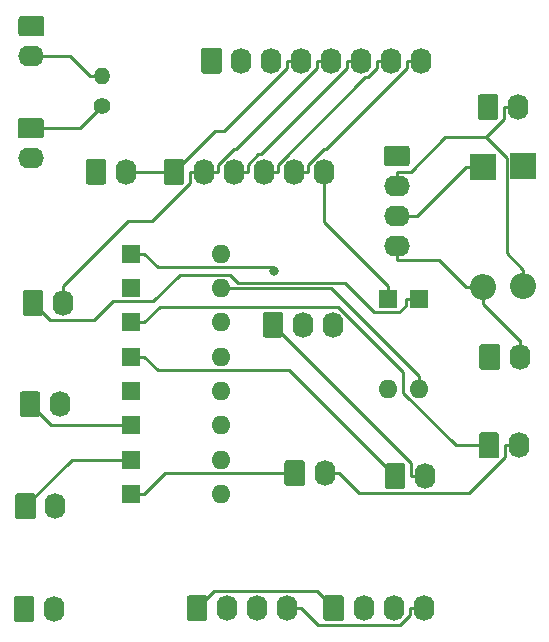
<source format=gbr>
G04 #@! TF.GenerationSoftware,KiCad,Pcbnew,(5.1.5-0-10_14)*
G04 #@! TF.CreationDate,2021-10-24T14:14:16+10:00*
G04 #@! TF.ProjectId,OH - Left Console - 32 - Selective Jettison,4f48202d-204c-4656-9674-20436f6e736f,rev?*
G04 #@! TF.SameCoordinates,Original*
G04 #@! TF.FileFunction,Copper,L2,Bot*
G04 #@! TF.FilePolarity,Positive*
%FSLAX46Y46*%
G04 Gerber Fmt 4.6, Leading zero omitted, Abs format (unit mm)*
G04 Created by KiCad (PCBNEW (5.1.5-0-10_14)) date 2021-10-24 14:14:16*
%MOMM*%
%LPD*%
G04 APERTURE LIST*
%ADD10O,2.200000X2.200000*%
%ADD11R,2.200000X2.200000*%
%ADD12C,1.400000*%
%ADD13O,1.400000X1.400000*%
%ADD14O,2.200000X1.740000*%
%ADD15C,0.100000*%
%ADD16O,1.740000X2.200000*%
%ADD17O,1.600000X1.600000*%
%ADD18R,1.600000X1.600000*%
%ADD19C,0.800000*%
%ADD20C,0.250000*%
G04 APERTURE END LIST*
D10*
X109918000Y-90043000D03*
D11*
X109918000Y-79883000D03*
D10*
X113348000Y-89979500D03*
D11*
X113348000Y-79819500D03*
D12*
X77660500Y-74739500D03*
D13*
X77660500Y-72199500D03*
D14*
X71628000Y-79121000D03*
G04 #@! TA.AperFunction,ComponentPad*
D15*
G36*
X72502505Y-75712204D02*
G01*
X72526773Y-75715804D01*
X72550572Y-75721765D01*
X72573671Y-75730030D01*
X72595850Y-75740520D01*
X72616893Y-75753132D01*
X72636599Y-75767747D01*
X72654777Y-75784223D01*
X72671253Y-75802401D01*
X72685868Y-75822107D01*
X72698480Y-75843150D01*
X72708970Y-75865329D01*
X72717235Y-75888428D01*
X72723196Y-75912227D01*
X72726796Y-75936495D01*
X72728000Y-75960999D01*
X72728000Y-77201001D01*
X72726796Y-77225505D01*
X72723196Y-77249773D01*
X72717235Y-77273572D01*
X72708970Y-77296671D01*
X72698480Y-77318850D01*
X72685868Y-77339893D01*
X72671253Y-77359599D01*
X72654777Y-77377777D01*
X72636599Y-77394253D01*
X72616893Y-77408868D01*
X72595850Y-77421480D01*
X72573671Y-77431970D01*
X72550572Y-77440235D01*
X72526773Y-77446196D01*
X72502505Y-77449796D01*
X72478001Y-77451000D01*
X70777999Y-77451000D01*
X70753495Y-77449796D01*
X70729227Y-77446196D01*
X70705428Y-77440235D01*
X70682329Y-77431970D01*
X70660150Y-77421480D01*
X70639107Y-77408868D01*
X70619401Y-77394253D01*
X70601223Y-77377777D01*
X70584747Y-77359599D01*
X70570132Y-77339893D01*
X70557520Y-77318850D01*
X70547030Y-77296671D01*
X70538765Y-77273572D01*
X70532804Y-77249773D01*
X70529204Y-77225505D01*
X70528000Y-77201001D01*
X70528000Y-75960999D01*
X70529204Y-75936495D01*
X70532804Y-75912227D01*
X70538765Y-75888428D01*
X70547030Y-75865329D01*
X70557520Y-75843150D01*
X70570132Y-75822107D01*
X70584747Y-75802401D01*
X70601223Y-75784223D01*
X70619401Y-75767747D01*
X70639107Y-75753132D01*
X70660150Y-75740520D01*
X70682329Y-75730030D01*
X70705428Y-75721765D01*
X70729227Y-75715804D01*
X70753495Y-75712204D01*
X70777999Y-75711000D01*
X72478001Y-75711000D01*
X72502505Y-75712204D01*
G37*
G04 #@! TD.AperFunction*
D14*
X71691500Y-70485000D03*
G04 #@! TA.AperFunction,ComponentPad*
D15*
G36*
X72566005Y-67076204D02*
G01*
X72590273Y-67079804D01*
X72614072Y-67085765D01*
X72637171Y-67094030D01*
X72659350Y-67104520D01*
X72680393Y-67117132D01*
X72700099Y-67131747D01*
X72718277Y-67148223D01*
X72734753Y-67166401D01*
X72749368Y-67186107D01*
X72761980Y-67207150D01*
X72772470Y-67229329D01*
X72780735Y-67252428D01*
X72786696Y-67276227D01*
X72790296Y-67300495D01*
X72791500Y-67324999D01*
X72791500Y-68565001D01*
X72790296Y-68589505D01*
X72786696Y-68613773D01*
X72780735Y-68637572D01*
X72772470Y-68660671D01*
X72761980Y-68682850D01*
X72749368Y-68703893D01*
X72734753Y-68723599D01*
X72718277Y-68741777D01*
X72700099Y-68758253D01*
X72680393Y-68772868D01*
X72659350Y-68785480D01*
X72637171Y-68795970D01*
X72614072Y-68804235D01*
X72590273Y-68810196D01*
X72566005Y-68813796D01*
X72541501Y-68815000D01*
X70841499Y-68815000D01*
X70816995Y-68813796D01*
X70792727Y-68810196D01*
X70768928Y-68804235D01*
X70745829Y-68795970D01*
X70723650Y-68785480D01*
X70702607Y-68772868D01*
X70682901Y-68758253D01*
X70664723Y-68741777D01*
X70648247Y-68723599D01*
X70633632Y-68703893D01*
X70621020Y-68682850D01*
X70610530Y-68660671D01*
X70602265Y-68637572D01*
X70596304Y-68613773D01*
X70592704Y-68589505D01*
X70591500Y-68565001D01*
X70591500Y-67324999D01*
X70592704Y-67300495D01*
X70596304Y-67276227D01*
X70602265Y-67252428D01*
X70610530Y-67229329D01*
X70621020Y-67207150D01*
X70633632Y-67186107D01*
X70648247Y-67166401D01*
X70664723Y-67148223D01*
X70682901Y-67131747D01*
X70702607Y-67117132D01*
X70723650Y-67104520D01*
X70745829Y-67094030D01*
X70768928Y-67085765D01*
X70792727Y-67079804D01*
X70816995Y-67076204D01*
X70841499Y-67075000D01*
X72541501Y-67075000D01*
X72566005Y-67076204D01*
G37*
G04 #@! TD.AperFunction*
D16*
X105029000Y-106045000D03*
G04 #@! TA.AperFunction,ComponentPad*
D15*
G36*
X103133505Y-104946204D02*
G01*
X103157773Y-104949804D01*
X103181572Y-104955765D01*
X103204671Y-104964030D01*
X103226850Y-104974520D01*
X103247893Y-104987132D01*
X103267599Y-105001747D01*
X103285777Y-105018223D01*
X103302253Y-105036401D01*
X103316868Y-105056107D01*
X103329480Y-105077150D01*
X103339970Y-105099329D01*
X103348235Y-105122428D01*
X103354196Y-105146227D01*
X103357796Y-105170495D01*
X103359000Y-105194999D01*
X103359000Y-106895001D01*
X103357796Y-106919505D01*
X103354196Y-106943773D01*
X103348235Y-106967572D01*
X103339970Y-106990671D01*
X103329480Y-107012850D01*
X103316868Y-107033893D01*
X103302253Y-107053599D01*
X103285777Y-107071777D01*
X103267599Y-107088253D01*
X103247893Y-107102868D01*
X103226850Y-107115480D01*
X103204671Y-107125970D01*
X103181572Y-107134235D01*
X103157773Y-107140196D01*
X103133505Y-107143796D01*
X103109001Y-107145000D01*
X101868999Y-107145000D01*
X101844495Y-107143796D01*
X101820227Y-107140196D01*
X101796428Y-107134235D01*
X101773329Y-107125970D01*
X101751150Y-107115480D01*
X101730107Y-107102868D01*
X101710401Y-107088253D01*
X101692223Y-107071777D01*
X101675747Y-107053599D01*
X101661132Y-107033893D01*
X101648520Y-107012850D01*
X101638030Y-106990671D01*
X101629765Y-106967572D01*
X101623804Y-106943773D01*
X101620204Y-106919505D01*
X101619000Y-106895001D01*
X101619000Y-105194999D01*
X101620204Y-105170495D01*
X101623804Y-105146227D01*
X101629765Y-105122428D01*
X101638030Y-105099329D01*
X101648520Y-105077150D01*
X101661132Y-105056107D01*
X101675747Y-105036401D01*
X101692223Y-105018223D01*
X101710401Y-105001747D01*
X101730107Y-104987132D01*
X101751150Y-104974520D01*
X101773329Y-104964030D01*
X101796428Y-104955765D01*
X101820227Y-104949804D01*
X101844495Y-104946204D01*
X101868999Y-104945000D01*
X103109001Y-104945000D01*
X103133505Y-104946204D01*
G37*
G04 #@! TD.AperFunction*
D16*
X112966000Y-103442000D03*
G04 #@! TA.AperFunction,ComponentPad*
D15*
G36*
X111070505Y-102343204D02*
G01*
X111094773Y-102346804D01*
X111118572Y-102352765D01*
X111141671Y-102361030D01*
X111163850Y-102371520D01*
X111184893Y-102384132D01*
X111204599Y-102398747D01*
X111222777Y-102415223D01*
X111239253Y-102433401D01*
X111253868Y-102453107D01*
X111266480Y-102474150D01*
X111276970Y-102496329D01*
X111285235Y-102519428D01*
X111291196Y-102543227D01*
X111294796Y-102567495D01*
X111296000Y-102591999D01*
X111296000Y-104292001D01*
X111294796Y-104316505D01*
X111291196Y-104340773D01*
X111285235Y-104364572D01*
X111276970Y-104387671D01*
X111266480Y-104409850D01*
X111253868Y-104430893D01*
X111239253Y-104450599D01*
X111222777Y-104468777D01*
X111204599Y-104485253D01*
X111184893Y-104499868D01*
X111163850Y-104512480D01*
X111141671Y-104522970D01*
X111118572Y-104531235D01*
X111094773Y-104537196D01*
X111070505Y-104540796D01*
X111046001Y-104542000D01*
X109805999Y-104542000D01*
X109781495Y-104540796D01*
X109757227Y-104537196D01*
X109733428Y-104531235D01*
X109710329Y-104522970D01*
X109688150Y-104512480D01*
X109667107Y-104499868D01*
X109647401Y-104485253D01*
X109629223Y-104468777D01*
X109612747Y-104450599D01*
X109598132Y-104430893D01*
X109585520Y-104409850D01*
X109575030Y-104387671D01*
X109566765Y-104364572D01*
X109560804Y-104340773D01*
X109557204Y-104316505D01*
X109556000Y-104292001D01*
X109556000Y-102591999D01*
X109557204Y-102567495D01*
X109560804Y-102543227D01*
X109566765Y-102519428D01*
X109575030Y-102496329D01*
X109585520Y-102474150D01*
X109598132Y-102453107D01*
X109612747Y-102433401D01*
X109629223Y-102415223D01*
X109647401Y-102398747D01*
X109667107Y-102384132D01*
X109688150Y-102371520D01*
X109710329Y-102361030D01*
X109733428Y-102352765D01*
X109757227Y-102346804D01*
X109781495Y-102343204D01*
X109805999Y-102342000D01*
X111046001Y-102342000D01*
X111070505Y-102343204D01*
G37*
G04 #@! TD.AperFunction*
D16*
X96520000Y-105791000D03*
G04 #@! TA.AperFunction,ComponentPad*
D15*
G36*
X94624505Y-104692204D02*
G01*
X94648773Y-104695804D01*
X94672572Y-104701765D01*
X94695671Y-104710030D01*
X94717850Y-104720520D01*
X94738893Y-104733132D01*
X94758599Y-104747747D01*
X94776777Y-104764223D01*
X94793253Y-104782401D01*
X94807868Y-104802107D01*
X94820480Y-104823150D01*
X94830970Y-104845329D01*
X94839235Y-104868428D01*
X94845196Y-104892227D01*
X94848796Y-104916495D01*
X94850000Y-104940999D01*
X94850000Y-106641001D01*
X94848796Y-106665505D01*
X94845196Y-106689773D01*
X94839235Y-106713572D01*
X94830970Y-106736671D01*
X94820480Y-106758850D01*
X94807868Y-106779893D01*
X94793253Y-106799599D01*
X94776777Y-106817777D01*
X94758599Y-106834253D01*
X94738893Y-106848868D01*
X94717850Y-106861480D01*
X94695671Y-106871970D01*
X94672572Y-106880235D01*
X94648773Y-106886196D01*
X94624505Y-106889796D01*
X94600001Y-106891000D01*
X93359999Y-106891000D01*
X93335495Y-106889796D01*
X93311227Y-106886196D01*
X93287428Y-106880235D01*
X93264329Y-106871970D01*
X93242150Y-106861480D01*
X93221107Y-106848868D01*
X93201401Y-106834253D01*
X93183223Y-106817777D01*
X93166747Y-106799599D01*
X93152132Y-106779893D01*
X93139520Y-106758850D01*
X93129030Y-106736671D01*
X93120765Y-106713572D01*
X93114804Y-106689773D01*
X93111204Y-106665505D01*
X93110000Y-106641001D01*
X93110000Y-104940999D01*
X93111204Y-104916495D01*
X93114804Y-104892227D01*
X93120765Y-104868428D01*
X93129030Y-104845329D01*
X93139520Y-104823150D01*
X93152132Y-104802107D01*
X93166747Y-104782401D01*
X93183223Y-104764223D01*
X93201401Y-104747747D01*
X93221107Y-104733132D01*
X93242150Y-104720520D01*
X93264329Y-104710030D01*
X93287428Y-104701765D01*
X93311227Y-104695804D01*
X93335495Y-104692204D01*
X93359999Y-104691000D01*
X94600001Y-104691000D01*
X94624505Y-104692204D01*
G37*
G04 #@! TD.AperFunction*
D16*
X74358500Y-91376500D03*
G04 #@! TA.AperFunction,ComponentPad*
D15*
G36*
X72463005Y-90277704D02*
G01*
X72487273Y-90281304D01*
X72511072Y-90287265D01*
X72534171Y-90295530D01*
X72556350Y-90306020D01*
X72577393Y-90318632D01*
X72597099Y-90333247D01*
X72615277Y-90349723D01*
X72631753Y-90367901D01*
X72646368Y-90387607D01*
X72658980Y-90408650D01*
X72669470Y-90430829D01*
X72677735Y-90453928D01*
X72683696Y-90477727D01*
X72687296Y-90501995D01*
X72688500Y-90526499D01*
X72688500Y-92226501D01*
X72687296Y-92251005D01*
X72683696Y-92275273D01*
X72677735Y-92299072D01*
X72669470Y-92322171D01*
X72658980Y-92344350D01*
X72646368Y-92365393D01*
X72631753Y-92385099D01*
X72615277Y-92403277D01*
X72597099Y-92419753D01*
X72577393Y-92434368D01*
X72556350Y-92446980D01*
X72534171Y-92457470D01*
X72511072Y-92465735D01*
X72487273Y-92471696D01*
X72463005Y-92475296D01*
X72438501Y-92476500D01*
X71198499Y-92476500D01*
X71173995Y-92475296D01*
X71149727Y-92471696D01*
X71125928Y-92465735D01*
X71102829Y-92457470D01*
X71080650Y-92446980D01*
X71059607Y-92434368D01*
X71039901Y-92419753D01*
X71021723Y-92403277D01*
X71005247Y-92385099D01*
X70990632Y-92365393D01*
X70978020Y-92344350D01*
X70967530Y-92322171D01*
X70959265Y-92299072D01*
X70953304Y-92275273D01*
X70949704Y-92251005D01*
X70948500Y-92226501D01*
X70948500Y-90526499D01*
X70949704Y-90501995D01*
X70953304Y-90477727D01*
X70959265Y-90453928D01*
X70967530Y-90430829D01*
X70978020Y-90408650D01*
X70990632Y-90387607D01*
X71005247Y-90367901D01*
X71021723Y-90349723D01*
X71039901Y-90333247D01*
X71059607Y-90318632D01*
X71080650Y-90306020D01*
X71102829Y-90295530D01*
X71125928Y-90287265D01*
X71149727Y-90281304D01*
X71173995Y-90277704D01*
X71198499Y-90276500D01*
X72438501Y-90276500D01*
X72463005Y-90277704D01*
G37*
G04 #@! TD.AperFunction*
D17*
X87757000Y-95927300D03*
D18*
X80137000Y-95927300D03*
D17*
X87757000Y-107569000D03*
D18*
X80137000Y-107569000D03*
D16*
X96456500Y-80285200D03*
X93916500Y-80285200D03*
X91376500Y-80285200D03*
X88836500Y-80285200D03*
X86296500Y-80285200D03*
G04 #@! TA.AperFunction,ComponentPad*
D15*
G36*
X84401005Y-79186404D02*
G01*
X84425273Y-79190004D01*
X84449072Y-79195965D01*
X84472171Y-79204230D01*
X84494350Y-79214720D01*
X84515393Y-79227332D01*
X84535099Y-79241947D01*
X84553277Y-79258423D01*
X84569753Y-79276601D01*
X84584368Y-79296307D01*
X84596980Y-79317350D01*
X84607470Y-79339529D01*
X84615735Y-79362628D01*
X84621696Y-79386427D01*
X84625296Y-79410695D01*
X84626500Y-79435199D01*
X84626500Y-81135201D01*
X84625296Y-81159705D01*
X84621696Y-81183973D01*
X84615735Y-81207772D01*
X84607470Y-81230871D01*
X84596980Y-81253050D01*
X84584368Y-81274093D01*
X84569753Y-81293799D01*
X84553277Y-81311977D01*
X84535099Y-81328453D01*
X84515393Y-81343068D01*
X84494350Y-81355680D01*
X84472171Y-81366170D01*
X84449072Y-81374435D01*
X84425273Y-81380396D01*
X84401005Y-81383996D01*
X84376501Y-81385200D01*
X83136499Y-81385200D01*
X83111995Y-81383996D01*
X83087727Y-81380396D01*
X83063928Y-81374435D01*
X83040829Y-81366170D01*
X83018650Y-81355680D01*
X82997607Y-81343068D01*
X82977901Y-81328453D01*
X82959723Y-81311977D01*
X82943247Y-81293799D01*
X82928632Y-81274093D01*
X82916020Y-81253050D01*
X82905530Y-81230871D01*
X82897265Y-81207772D01*
X82891304Y-81183973D01*
X82887704Y-81159705D01*
X82886500Y-81135201D01*
X82886500Y-79435199D01*
X82887704Y-79410695D01*
X82891304Y-79386427D01*
X82897265Y-79362628D01*
X82905530Y-79339529D01*
X82916020Y-79317350D01*
X82928632Y-79296307D01*
X82943247Y-79276601D01*
X82959723Y-79258423D01*
X82977901Y-79241947D01*
X82997607Y-79227332D01*
X83018650Y-79214720D01*
X83040829Y-79204230D01*
X83063928Y-79195965D01*
X83087727Y-79190004D01*
X83111995Y-79186404D01*
X83136499Y-79185200D01*
X84376501Y-79185200D01*
X84401005Y-79186404D01*
G37*
G04 #@! TD.AperFunction*
D16*
X73723500Y-108585000D03*
G04 #@! TA.AperFunction,ComponentPad*
D15*
G36*
X71828005Y-107486204D02*
G01*
X71852273Y-107489804D01*
X71876072Y-107495765D01*
X71899171Y-107504030D01*
X71921350Y-107514520D01*
X71942393Y-107527132D01*
X71962099Y-107541747D01*
X71980277Y-107558223D01*
X71996753Y-107576401D01*
X72011368Y-107596107D01*
X72023980Y-107617150D01*
X72034470Y-107639329D01*
X72042735Y-107662428D01*
X72048696Y-107686227D01*
X72052296Y-107710495D01*
X72053500Y-107734999D01*
X72053500Y-109435001D01*
X72052296Y-109459505D01*
X72048696Y-109483773D01*
X72042735Y-109507572D01*
X72034470Y-109530671D01*
X72023980Y-109552850D01*
X72011368Y-109573893D01*
X71996753Y-109593599D01*
X71980277Y-109611777D01*
X71962099Y-109628253D01*
X71942393Y-109642868D01*
X71921350Y-109655480D01*
X71899171Y-109665970D01*
X71876072Y-109674235D01*
X71852273Y-109680196D01*
X71828005Y-109683796D01*
X71803501Y-109685000D01*
X70563499Y-109685000D01*
X70538995Y-109683796D01*
X70514727Y-109680196D01*
X70490928Y-109674235D01*
X70467829Y-109665970D01*
X70445650Y-109655480D01*
X70424607Y-109642868D01*
X70404901Y-109628253D01*
X70386723Y-109611777D01*
X70370247Y-109593599D01*
X70355632Y-109573893D01*
X70343020Y-109552850D01*
X70332530Y-109530671D01*
X70324265Y-109507572D01*
X70318304Y-109483773D01*
X70314704Y-109459505D01*
X70313500Y-109435001D01*
X70313500Y-107734999D01*
X70314704Y-107710495D01*
X70318304Y-107686227D01*
X70324265Y-107662428D01*
X70332530Y-107639329D01*
X70343020Y-107617150D01*
X70355632Y-107596107D01*
X70370247Y-107576401D01*
X70386723Y-107558223D01*
X70404901Y-107541747D01*
X70424607Y-107527132D01*
X70445650Y-107514520D01*
X70467829Y-107504030D01*
X70490928Y-107495765D01*
X70514727Y-107489804D01*
X70538995Y-107486204D01*
X70563499Y-107485000D01*
X71803501Y-107485000D01*
X71828005Y-107486204D01*
G37*
G04 #@! TD.AperFunction*
D16*
X74104500Y-99949000D03*
G04 #@! TA.AperFunction,ComponentPad*
D15*
G36*
X72209005Y-98850204D02*
G01*
X72233273Y-98853804D01*
X72257072Y-98859765D01*
X72280171Y-98868030D01*
X72302350Y-98878520D01*
X72323393Y-98891132D01*
X72343099Y-98905747D01*
X72361277Y-98922223D01*
X72377753Y-98940401D01*
X72392368Y-98960107D01*
X72404980Y-98981150D01*
X72415470Y-99003329D01*
X72423735Y-99026428D01*
X72429696Y-99050227D01*
X72433296Y-99074495D01*
X72434500Y-99098999D01*
X72434500Y-100799001D01*
X72433296Y-100823505D01*
X72429696Y-100847773D01*
X72423735Y-100871572D01*
X72415470Y-100894671D01*
X72404980Y-100916850D01*
X72392368Y-100937893D01*
X72377753Y-100957599D01*
X72361277Y-100975777D01*
X72343099Y-100992253D01*
X72323393Y-101006868D01*
X72302350Y-101019480D01*
X72280171Y-101029970D01*
X72257072Y-101038235D01*
X72233273Y-101044196D01*
X72209005Y-101047796D01*
X72184501Y-101049000D01*
X70944499Y-101049000D01*
X70919995Y-101047796D01*
X70895727Y-101044196D01*
X70871928Y-101038235D01*
X70848829Y-101029970D01*
X70826650Y-101019480D01*
X70805607Y-101006868D01*
X70785901Y-100992253D01*
X70767723Y-100975777D01*
X70751247Y-100957599D01*
X70736632Y-100937893D01*
X70724020Y-100916850D01*
X70713530Y-100894671D01*
X70705265Y-100871572D01*
X70699304Y-100847773D01*
X70695704Y-100823505D01*
X70694500Y-100799001D01*
X70694500Y-99098999D01*
X70695704Y-99074495D01*
X70699304Y-99050227D01*
X70705265Y-99026428D01*
X70713530Y-99003329D01*
X70724020Y-98981150D01*
X70736632Y-98960107D01*
X70751247Y-98940401D01*
X70767723Y-98922223D01*
X70785901Y-98905747D01*
X70805607Y-98891132D01*
X70826650Y-98878520D01*
X70848829Y-98868030D01*
X70871928Y-98859765D01*
X70895727Y-98853804D01*
X70919995Y-98850204D01*
X70944499Y-98849000D01*
X72184501Y-98849000D01*
X72209005Y-98850204D01*
G37*
G04 #@! TD.AperFunction*
D16*
X73596500Y-117284000D03*
G04 #@! TA.AperFunction,ComponentPad*
D15*
G36*
X71701005Y-116185204D02*
G01*
X71725273Y-116188804D01*
X71749072Y-116194765D01*
X71772171Y-116203030D01*
X71794350Y-116213520D01*
X71815393Y-116226132D01*
X71835099Y-116240747D01*
X71853277Y-116257223D01*
X71869753Y-116275401D01*
X71884368Y-116295107D01*
X71896980Y-116316150D01*
X71907470Y-116338329D01*
X71915735Y-116361428D01*
X71921696Y-116385227D01*
X71925296Y-116409495D01*
X71926500Y-116433999D01*
X71926500Y-118134001D01*
X71925296Y-118158505D01*
X71921696Y-118182773D01*
X71915735Y-118206572D01*
X71907470Y-118229671D01*
X71896980Y-118251850D01*
X71884368Y-118272893D01*
X71869753Y-118292599D01*
X71853277Y-118310777D01*
X71835099Y-118327253D01*
X71815393Y-118341868D01*
X71794350Y-118354480D01*
X71772171Y-118364970D01*
X71749072Y-118373235D01*
X71725273Y-118379196D01*
X71701005Y-118382796D01*
X71676501Y-118384000D01*
X70436499Y-118384000D01*
X70411995Y-118382796D01*
X70387727Y-118379196D01*
X70363928Y-118373235D01*
X70340829Y-118364970D01*
X70318650Y-118354480D01*
X70297607Y-118341868D01*
X70277901Y-118327253D01*
X70259723Y-118310777D01*
X70243247Y-118292599D01*
X70228632Y-118272893D01*
X70216020Y-118251850D01*
X70205530Y-118229671D01*
X70197265Y-118206572D01*
X70191304Y-118182773D01*
X70187704Y-118158505D01*
X70186500Y-118134001D01*
X70186500Y-116433999D01*
X70187704Y-116409495D01*
X70191304Y-116385227D01*
X70197265Y-116361428D01*
X70205530Y-116338329D01*
X70216020Y-116316150D01*
X70228632Y-116295107D01*
X70243247Y-116275401D01*
X70259723Y-116257223D01*
X70277901Y-116240747D01*
X70297607Y-116226132D01*
X70318650Y-116213520D01*
X70340829Y-116203030D01*
X70363928Y-116194765D01*
X70387727Y-116188804D01*
X70411995Y-116185204D01*
X70436499Y-116184000D01*
X71676501Y-116184000D01*
X71701005Y-116185204D01*
G37*
G04 #@! TD.AperFunction*
D16*
X97218500Y-93218000D03*
X94678500Y-93218000D03*
G04 #@! TA.AperFunction,ComponentPad*
D15*
G36*
X92783005Y-92119204D02*
G01*
X92807273Y-92122804D01*
X92831072Y-92128765D01*
X92854171Y-92137030D01*
X92876350Y-92147520D01*
X92897393Y-92160132D01*
X92917099Y-92174747D01*
X92935277Y-92191223D01*
X92951753Y-92209401D01*
X92966368Y-92229107D01*
X92978980Y-92250150D01*
X92989470Y-92272329D01*
X92997735Y-92295428D01*
X93003696Y-92319227D01*
X93007296Y-92343495D01*
X93008500Y-92367999D01*
X93008500Y-94068001D01*
X93007296Y-94092505D01*
X93003696Y-94116773D01*
X92997735Y-94140572D01*
X92989470Y-94163671D01*
X92978980Y-94185850D01*
X92966368Y-94206893D01*
X92951753Y-94226599D01*
X92935277Y-94244777D01*
X92917099Y-94261253D01*
X92897393Y-94275868D01*
X92876350Y-94288480D01*
X92854171Y-94298970D01*
X92831072Y-94307235D01*
X92807273Y-94313196D01*
X92783005Y-94316796D01*
X92758501Y-94318000D01*
X91518499Y-94318000D01*
X91493995Y-94316796D01*
X91469727Y-94313196D01*
X91445928Y-94307235D01*
X91422829Y-94298970D01*
X91400650Y-94288480D01*
X91379607Y-94275868D01*
X91359901Y-94261253D01*
X91341723Y-94244777D01*
X91325247Y-94226599D01*
X91310632Y-94206893D01*
X91298020Y-94185850D01*
X91287530Y-94163671D01*
X91279265Y-94140572D01*
X91273304Y-94116773D01*
X91269704Y-94092505D01*
X91268500Y-94068001D01*
X91268500Y-92367999D01*
X91269704Y-92343495D01*
X91273304Y-92319227D01*
X91279265Y-92295428D01*
X91287530Y-92272329D01*
X91298020Y-92250150D01*
X91310632Y-92229107D01*
X91325247Y-92209401D01*
X91341723Y-92191223D01*
X91359901Y-92174747D01*
X91379607Y-92160132D01*
X91400650Y-92147520D01*
X91422829Y-92137030D01*
X91445928Y-92128765D01*
X91469727Y-92122804D01*
X91493995Y-92119204D01*
X91518499Y-92118000D01*
X92758501Y-92118000D01*
X92783005Y-92119204D01*
G37*
G04 #@! TD.AperFunction*
D16*
X79692500Y-80264000D03*
G04 #@! TA.AperFunction,ComponentPad*
D15*
G36*
X77797005Y-79165204D02*
G01*
X77821273Y-79168804D01*
X77845072Y-79174765D01*
X77868171Y-79183030D01*
X77890350Y-79193520D01*
X77911393Y-79206132D01*
X77931099Y-79220747D01*
X77949277Y-79237223D01*
X77965753Y-79255401D01*
X77980368Y-79275107D01*
X77992980Y-79296150D01*
X78003470Y-79318329D01*
X78011735Y-79341428D01*
X78017696Y-79365227D01*
X78021296Y-79389495D01*
X78022500Y-79413999D01*
X78022500Y-81114001D01*
X78021296Y-81138505D01*
X78017696Y-81162773D01*
X78011735Y-81186572D01*
X78003470Y-81209671D01*
X77992980Y-81231850D01*
X77980368Y-81252893D01*
X77965753Y-81272599D01*
X77949277Y-81290777D01*
X77931099Y-81307253D01*
X77911393Y-81321868D01*
X77890350Y-81334480D01*
X77868171Y-81344970D01*
X77845072Y-81353235D01*
X77821273Y-81359196D01*
X77797005Y-81362796D01*
X77772501Y-81364000D01*
X76532499Y-81364000D01*
X76507995Y-81362796D01*
X76483727Y-81359196D01*
X76459928Y-81353235D01*
X76436829Y-81344970D01*
X76414650Y-81334480D01*
X76393607Y-81321868D01*
X76373901Y-81307253D01*
X76355723Y-81290777D01*
X76339247Y-81272599D01*
X76324632Y-81252893D01*
X76312020Y-81231850D01*
X76301530Y-81209671D01*
X76293265Y-81186572D01*
X76287304Y-81162773D01*
X76283704Y-81138505D01*
X76282500Y-81114001D01*
X76282500Y-79413999D01*
X76283704Y-79389495D01*
X76287304Y-79365227D01*
X76293265Y-79341428D01*
X76301530Y-79318329D01*
X76312020Y-79296150D01*
X76324632Y-79275107D01*
X76339247Y-79255401D01*
X76355723Y-79237223D01*
X76373901Y-79220747D01*
X76393607Y-79206132D01*
X76414650Y-79193520D01*
X76436829Y-79183030D01*
X76459928Y-79174765D01*
X76483727Y-79168804D01*
X76507995Y-79165204D01*
X76532499Y-79164000D01*
X77772501Y-79164000D01*
X77797005Y-79165204D01*
G37*
G04 #@! TD.AperFunction*
D16*
X113030000Y-95948500D03*
G04 #@! TA.AperFunction,ComponentPad*
D15*
G36*
X111134505Y-94849704D02*
G01*
X111158773Y-94853304D01*
X111182572Y-94859265D01*
X111205671Y-94867530D01*
X111227850Y-94878020D01*
X111248893Y-94890632D01*
X111268599Y-94905247D01*
X111286777Y-94921723D01*
X111303253Y-94939901D01*
X111317868Y-94959607D01*
X111330480Y-94980650D01*
X111340970Y-95002829D01*
X111349235Y-95025928D01*
X111355196Y-95049727D01*
X111358796Y-95073995D01*
X111360000Y-95098499D01*
X111360000Y-96798501D01*
X111358796Y-96823005D01*
X111355196Y-96847273D01*
X111349235Y-96871072D01*
X111340970Y-96894171D01*
X111330480Y-96916350D01*
X111317868Y-96937393D01*
X111303253Y-96957099D01*
X111286777Y-96975277D01*
X111268599Y-96991753D01*
X111248893Y-97006368D01*
X111227850Y-97018980D01*
X111205671Y-97029470D01*
X111182572Y-97037735D01*
X111158773Y-97043696D01*
X111134505Y-97047296D01*
X111110001Y-97048500D01*
X109869999Y-97048500D01*
X109845495Y-97047296D01*
X109821227Y-97043696D01*
X109797428Y-97037735D01*
X109774329Y-97029470D01*
X109752150Y-97018980D01*
X109731107Y-97006368D01*
X109711401Y-96991753D01*
X109693223Y-96975277D01*
X109676747Y-96957099D01*
X109662132Y-96937393D01*
X109649520Y-96916350D01*
X109639030Y-96894171D01*
X109630765Y-96871072D01*
X109624804Y-96847273D01*
X109621204Y-96823005D01*
X109620000Y-96798501D01*
X109620000Y-95098499D01*
X109621204Y-95073995D01*
X109624804Y-95049727D01*
X109630765Y-95025928D01*
X109639030Y-95002829D01*
X109649520Y-94980650D01*
X109662132Y-94959607D01*
X109676747Y-94939901D01*
X109693223Y-94921723D01*
X109711401Y-94905247D01*
X109731107Y-94890632D01*
X109752150Y-94878020D01*
X109774329Y-94867530D01*
X109797428Y-94859265D01*
X109821227Y-94853304D01*
X109845495Y-94849704D01*
X109869999Y-94848500D01*
X111110001Y-94848500D01*
X111134505Y-94849704D01*
G37*
G04 #@! TD.AperFunction*
D16*
X112903000Y-74803000D03*
G04 #@! TA.AperFunction,ComponentPad*
D15*
G36*
X111007505Y-73704204D02*
G01*
X111031773Y-73707804D01*
X111055572Y-73713765D01*
X111078671Y-73722030D01*
X111100850Y-73732520D01*
X111121893Y-73745132D01*
X111141599Y-73759747D01*
X111159777Y-73776223D01*
X111176253Y-73794401D01*
X111190868Y-73814107D01*
X111203480Y-73835150D01*
X111213970Y-73857329D01*
X111222235Y-73880428D01*
X111228196Y-73904227D01*
X111231796Y-73928495D01*
X111233000Y-73952999D01*
X111233000Y-75653001D01*
X111231796Y-75677505D01*
X111228196Y-75701773D01*
X111222235Y-75725572D01*
X111213970Y-75748671D01*
X111203480Y-75770850D01*
X111190868Y-75791893D01*
X111176253Y-75811599D01*
X111159777Y-75829777D01*
X111141599Y-75846253D01*
X111121893Y-75860868D01*
X111100850Y-75873480D01*
X111078671Y-75883970D01*
X111055572Y-75892235D01*
X111031773Y-75898196D01*
X111007505Y-75901796D01*
X110983001Y-75903000D01*
X109742999Y-75903000D01*
X109718495Y-75901796D01*
X109694227Y-75898196D01*
X109670428Y-75892235D01*
X109647329Y-75883970D01*
X109625150Y-75873480D01*
X109604107Y-75860868D01*
X109584401Y-75846253D01*
X109566223Y-75829777D01*
X109549747Y-75811599D01*
X109535132Y-75791893D01*
X109522520Y-75770850D01*
X109512030Y-75748671D01*
X109503765Y-75725572D01*
X109497804Y-75701773D01*
X109494204Y-75677505D01*
X109493000Y-75653001D01*
X109493000Y-73952999D01*
X109494204Y-73928495D01*
X109497804Y-73904227D01*
X109503765Y-73880428D01*
X109512030Y-73857329D01*
X109522520Y-73835150D01*
X109535132Y-73814107D01*
X109549747Y-73794401D01*
X109566223Y-73776223D01*
X109584401Y-73759747D01*
X109604107Y-73745132D01*
X109625150Y-73732520D01*
X109647329Y-73722030D01*
X109670428Y-73713765D01*
X109694227Y-73707804D01*
X109718495Y-73704204D01*
X109742999Y-73703000D01*
X110983001Y-73703000D01*
X111007505Y-73704204D01*
G37*
G04 #@! TD.AperFunction*
D16*
X104711500Y-70866000D03*
X102171500Y-70866000D03*
X99631500Y-70866000D03*
X97091500Y-70866000D03*
X94551500Y-70866000D03*
X92011500Y-70866000D03*
X89471500Y-70866000D03*
G04 #@! TA.AperFunction,ComponentPad*
D15*
G36*
X87576005Y-69767204D02*
G01*
X87600273Y-69770804D01*
X87624072Y-69776765D01*
X87647171Y-69785030D01*
X87669350Y-69795520D01*
X87690393Y-69808132D01*
X87710099Y-69822747D01*
X87728277Y-69839223D01*
X87744753Y-69857401D01*
X87759368Y-69877107D01*
X87771980Y-69898150D01*
X87782470Y-69920329D01*
X87790735Y-69943428D01*
X87796696Y-69967227D01*
X87800296Y-69991495D01*
X87801500Y-70015999D01*
X87801500Y-71716001D01*
X87800296Y-71740505D01*
X87796696Y-71764773D01*
X87790735Y-71788572D01*
X87782470Y-71811671D01*
X87771980Y-71833850D01*
X87759368Y-71854893D01*
X87744753Y-71874599D01*
X87728277Y-71892777D01*
X87710099Y-71909253D01*
X87690393Y-71923868D01*
X87669350Y-71936480D01*
X87647171Y-71946970D01*
X87624072Y-71955235D01*
X87600273Y-71961196D01*
X87576005Y-71964796D01*
X87551501Y-71966000D01*
X86311499Y-71966000D01*
X86286995Y-71964796D01*
X86262727Y-71961196D01*
X86238928Y-71955235D01*
X86215829Y-71946970D01*
X86193650Y-71936480D01*
X86172607Y-71923868D01*
X86152901Y-71909253D01*
X86134723Y-71892777D01*
X86118247Y-71874599D01*
X86103632Y-71854893D01*
X86091020Y-71833850D01*
X86080530Y-71811671D01*
X86072265Y-71788572D01*
X86066304Y-71764773D01*
X86062704Y-71740505D01*
X86061500Y-71716001D01*
X86061500Y-70015999D01*
X86062704Y-69991495D01*
X86066304Y-69967227D01*
X86072265Y-69943428D01*
X86080530Y-69920329D01*
X86091020Y-69898150D01*
X86103632Y-69877107D01*
X86118247Y-69857401D01*
X86134723Y-69839223D01*
X86152901Y-69822747D01*
X86172607Y-69808132D01*
X86193650Y-69795520D01*
X86215829Y-69785030D01*
X86238928Y-69776765D01*
X86262727Y-69770804D01*
X86286995Y-69767204D01*
X86311499Y-69766000D01*
X87551501Y-69766000D01*
X87576005Y-69767204D01*
G37*
G04 #@! TD.AperFunction*
D14*
X102616000Y-86550500D03*
X102616000Y-84010500D03*
X102616000Y-81470500D03*
G04 #@! TA.AperFunction,ComponentPad*
D15*
G36*
X103490505Y-78061704D02*
G01*
X103514773Y-78065304D01*
X103538572Y-78071265D01*
X103561671Y-78079530D01*
X103583850Y-78090020D01*
X103604893Y-78102632D01*
X103624599Y-78117247D01*
X103642777Y-78133723D01*
X103659253Y-78151901D01*
X103673868Y-78171607D01*
X103686480Y-78192650D01*
X103696970Y-78214829D01*
X103705235Y-78237928D01*
X103711196Y-78261727D01*
X103714796Y-78285995D01*
X103716000Y-78310499D01*
X103716000Y-79550501D01*
X103714796Y-79575005D01*
X103711196Y-79599273D01*
X103705235Y-79623072D01*
X103696970Y-79646171D01*
X103686480Y-79668350D01*
X103673868Y-79689393D01*
X103659253Y-79709099D01*
X103642777Y-79727277D01*
X103624599Y-79743753D01*
X103604893Y-79758368D01*
X103583850Y-79770980D01*
X103561671Y-79781470D01*
X103538572Y-79789735D01*
X103514773Y-79795696D01*
X103490505Y-79799296D01*
X103466001Y-79800500D01*
X101765999Y-79800500D01*
X101741495Y-79799296D01*
X101717227Y-79795696D01*
X101693428Y-79789735D01*
X101670329Y-79781470D01*
X101648150Y-79770980D01*
X101627107Y-79758368D01*
X101607401Y-79743753D01*
X101589223Y-79727277D01*
X101572747Y-79709099D01*
X101558132Y-79689393D01*
X101545520Y-79668350D01*
X101535030Y-79646171D01*
X101526765Y-79623072D01*
X101520804Y-79599273D01*
X101517204Y-79575005D01*
X101516000Y-79550501D01*
X101516000Y-78310499D01*
X101517204Y-78285995D01*
X101520804Y-78261727D01*
X101526765Y-78237928D01*
X101535030Y-78214829D01*
X101545520Y-78192650D01*
X101558132Y-78171607D01*
X101572747Y-78151901D01*
X101589223Y-78133723D01*
X101607401Y-78117247D01*
X101627107Y-78102632D01*
X101648150Y-78090020D01*
X101670329Y-78079530D01*
X101693428Y-78071265D01*
X101717227Y-78065304D01*
X101741495Y-78061704D01*
X101765999Y-78060500D01*
X103466001Y-78060500D01*
X103490505Y-78061704D01*
G37*
G04 #@! TD.AperFunction*
D16*
X93345000Y-117221000D03*
X90805000Y-117221000D03*
X88265000Y-117221000D03*
G04 #@! TA.AperFunction,ComponentPad*
D15*
G36*
X86369505Y-116122204D02*
G01*
X86393773Y-116125804D01*
X86417572Y-116131765D01*
X86440671Y-116140030D01*
X86462850Y-116150520D01*
X86483893Y-116163132D01*
X86503599Y-116177747D01*
X86521777Y-116194223D01*
X86538253Y-116212401D01*
X86552868Y-116232107D01*
X86565480Y-116253150D01*
X86575970Y-116275329D01*
X86584235Y-116298428D01*
X86590196Y-116322227D01*
X86593796Y-116346495D01*
X86595000Y-116370999D01*
X86595000Y-118071001D01*
X86593796Y-118095505D01*
X86590196Y-118119773D01*
X86584235Y-118143572D01*
X86575970Y-118166671D01*
X86565480Y-118188850D01*
X86552868Y-118209893D01*
X86538253Y-118229599D01*
X86521777Y-118247777D01*
X86503599Y-118264253D01*
X86483893Y-118278868D01*
X86462850Y-118291480D01*
X86440671Y-118301970D01*
X86417572Y-118310235D01*
X86393773Y-118316196D01*
X86369505Y-118319796D01*
X86345001Y-118321000D01*
X85104999Y-118321000D01*
X85080495Y-118319796D01*
X85056227Y-118316196D01*
X85032428Y-118310235D01*
X85009329Y-118301970D01*
X84987150Y-118291480D01*
X84966107Y-118278868D01*
X84946401Y-118264253D01*
X84928223Y-118247777D01*
X84911747Y-118229599D01*
X84897132Y-118209893D01*
X84884520Y-118188850D01*
X84874030Y-118166671D01*
X84865765Y-118143572D01*
X84859804Y-118119773D01*
X84856204Y-118095505D01*
X84855000Y-118071001D01*
X84855000Y-116370999D01*
X84856204Y-116346495D01*
X84859804Y-116322227D01*
X84865765Y-116298428D01*
X84874030Y-116275329D01*
X84884520Y-116253150D01*
X84897132Y-116232107D01*
X84911747Y-116212401D01*
X84928223Y-116194223D01*
X84946401Y-116177747D01*
X84966107Y-116163132D01*
X84987150Y-116150520D01*
X85009329Y-116140030D01*
X85032428Y-116131765D01*
X85056227Y-116125804D01*
X85080495Y-116122204D01*
X85104999Y-116121000D01*
X86345001Y-116121000D01*
X86369505Y-116122204D01*
G37*
G04 #@! TD.AperFunction*
D16*
X104902000Y-117221000D03*
X102362000Y-117221000D03*
X99822000Y-117221000D03*
G04 #@! TA.AperFunction,ComponentPad*
D15*
G36*
X97926505Y-116122204D02*
G01*
X97950773Y-116125804D01*
X97974572Y-116131765D01*
X97997671Y-116140030D01*
X98019850Y-116150520D01*
X98040893Y-116163132D01*
X98060599Y-116177747D01*
X98078777Y-116194223D01*
X98095253Y-116212401D01*
X98109868Y-116232107D01*
X98122480Y-116253150D01*
X98132970Y-116275329D01*
X98141235Y-116298428D01*
X98147196Y-116322227D01*
X98150796Y-116346495D01*
X98152000Y-116370999D01*
X98152000Y-118071001D01*
X98150796Y-118095505D01*
X98147196Y-118119773D01*
X98141235Y-118143572D01*
X98132970Y-118166671D01*
X98122480Y-118188850D01*
X98109868Y-118209893D01*
X98095253Y-118229599D01*
X98078777Y-118247777D01*
X98060599Y-118264253D01*
X98040893Y-118278868D01*
X98019850Y-118291480D01*
X97997671Y-118301970D01*
X97974572Y-118310235D01*
X97950773Y-118316196D01*
X97926505Y-118319796D01*
X97902001Y-118321000D01*
X96661999Y-118321000D01*
X96637495Y-118319796D01*
X96613227Y-118316196D01*
X96589428Y-118310235D01*
X96566329Y-118301970D01*
X96544150Y-118291480D01*
X96523107Y-118278868D01*
X96503401Y-118264253D01*
X96485223Y-118247777D01*
X96468747Y-118229599D01*
X96454132Y-118209893D01*
X96441520Y-118188850D01*
X96431030Y-118166671D01*
X96422765Y-118143572D01*
X96416804Y-118119773D01*
X96413204Y-118095505D01*
X96412000Y-118071001D01*
X96412000Y-116370999D01*
X96413204Y-116346495D01*
X96416804Y-116322227D01*
X96422765Y-116298428D01*
X96431030Y-116275329D01*
X96441520Y-116253150D01*
X96454132Y-116232107D01*
X96468747Y-116212401D01*
X96485223Y-116194223D01*
X96503401Y-116177747D01*
X96523107Y-116163132D01*
X96544150Y-116150520D01*
X96566329Y-116140030D01*
X96589428Y-116131765D01*
X96613227Y-116125804D01*
X96637495Y-116122204D01*
X96661999Y-116121000D01*
X97902001Y-116121000D01*
X97926505Y-116122204D01*
G37*
G04 #@! TD.AperFunction*
D17*
X101854000Y-98679000D03*
D18*
X101854000Y-91059000D03*
D17*
X87757000Y-98837700D03*
D18*
X80137000Y-98837700D03*
D17*
X87757000Y-93016900D03*
D18*
X80137000Y-93016900D03*
D17*
X87757000Y-104659000D03*
D18*
X80137000Y-104659000D03*
D17*
X87757000Y-101748000D03*
D18*
X80137000Y-101748000D03*
D17*
X87757000Y-87249000D03*
D18*
X80137000Y-87249000D03*
D17*
X104521000Y-98679000D03*
D18*
X104521000Y-91059000D03*
D17*
X87757000Y-90106500D03*
D18*
X80137000Y-90106500D03*
D19*
X92251300Y-88646400D03*
D20*
X87757000Y-90106500D02*
X97073800Y-90106500D01*
X97073800Y-90106500D02*
X104521000Y-97553700D01*
X104521000Y-98679000D02*
X104521000Y-97553700D01*
X80137000Y-107569000D02*
X81262300Y-107569000D01*
X81262300Y-107569000D02*
X83040300Y-105791000D01*
X83040300Y-105791000D02*
X93980000Y-105791000D01*
X104521000Y-91059000D02*
X103395700Y-91059000D01*
X103395700Y-91059000D02*
X103395700Y-91621600D01*
X103395700Y-91621600D02*
X102832900Y-92184400D01*
X102832900Y-92184400D02*
X100728600Y-92184400D01*
X100728600Y-92184400D02*
X98200300Y-89656100D01*
X98200300Y-89656100D02*
X89166700Y-89656100D01*
X89166700Y-89656100D02*
X88491200Y-88980600D01*
X88491200Y-88980600D02*
X84247000Y-88980600D01*
X84247000Y-88980600D02*
X81995700Y-91231900D01*
X81995700Y-91231900D02*
X78568700Y-91231900D01*
X78568700Y-91231900D02*
X76981700Y-92818900D01*
X76981700Y-92818900D02*
X73260900Y-92818900D01*
X73260900Y-92818900D02*
X71818500Y-91376500D01*
X80137000Y-87249000D02*
X81262300Y-87249000D01*
X92251300Y-88646400D02*
X91979200Y-88374300D01*
X91979200Y-88374300D02*
X82387600Y-88374300D01*
X82387600Y-88374300D02*
X81262300Y-87249000D01*
X80137000Y-101748000D02*
X73363500Y-101748000D01*
X73363500Y-101748000D02*
X71564500Y-99949000D01*
X80137000Y-104659000D02*
X75109500Y-104659000D01*
X75109500Y-104659000D02*
X71183500Y-108585000D01*
X110426000Y-103442000D02*
X107658000Y-103442000D01*
X107658000Y-103442000D02*
X103187500Y-98971500D01*
X103187500Y-98971500D02*
X103187500Y-97248100D01*
X103187500Y-97248100D02*
X97680300Y-91740900D01*
X97680300Y-91740900D02*
X82538300Y-91740900D01*
X82538300Y-91740900D02*
X81262300Y-93016900D01*
X80137000Y-93016900D02*
X81262300Y-93016900D01*
X80137000Y-95927300D02*
X81262300Y-95927300D01*
X81262300Y-95927300D02*
X82387600Y-97052600D01*
X82387600Y-97052600D02*
X93496600Y-97052600D01*
X93496600Y-97052600D02*
X102489000Y-106045000D01*
X110138400Y-77343500D02*
X111707700Y-75774200D01*
X111707700Y-75774200D02*
X111707700Y-74803000D01*
X102616000Y-80275200D02*
X103811300Y-80275200D01*
X103811300Y-80275200D02*
X106743000Y-77343500D01*
X106743000Y-77343500D02*
X110138400Y-77343500D01*
X110138400Y-77343500D02*
X111922700Y-79127800D01*
X111922700Y-79127800D02*
X111922700Y-87128900D01*
X111922700Y-87128900D02*
X113348000Y-88554200D01*
X113348000Y-89979500D02*
X113348000Y-88554200D01*
X112903000Y-74803000D02*
X111707700Y-74803000D01*
X102616000Y-81470500D02*
X102616000Y-80275200D01*
X113030000Y-95948500D02*
X113030000Y-94523200D01*
X109918000Y-90043000D02*
X109918000Y-91468300D01*
X113030000Y-94523200D02*
X112972900Y-94523200D01*
X112972900Y-94523200D02*
X109918000Y-91468300D01*
X109918000Y-90043000D02*
X108492700Y-90043000D01*
X102616000Y-86550500D02*
X102616000Y-87745800D01*
X102616000Y-87745800D02*
X106195500Y-87745800D01*
X106195500Y-87745800D02*
X108492700Y-90043000D01*
X109918000Y-79883000D02*
X108492700Y-79883000D01*
X102616000Y-84010500D02*
X104365200Y-84010500D01*
X104365200Y-84010500D02*
X108492700Y-79883000D01*
X93345000Y-117221000D02*
X94540300Y-117221000D01*
X104902000Y-117221000D02*
X103706700Y-117221000D01*
X103706700Y-117221000D02*
X103706700Y-117818600D01*
X103706700Y-117818600D02*
X102859100Y-118666200D01*
X102859100Y-118666200D02*
X95985500Y-118666200D01*
X95985500Y-118666200D02*
X94540300Y-117221000D01*
X97282000Y-117221000D02*
X95829700Y-115768700D01*
X95829700Y-115768700D02*
X87177300Y-115768700D01*
X87177300Y-115768700D02*
X85725000Y-117221000D01*
X93916500Y-80285200D02*
X95111800Y-80285200D01*
X104711500Y-70866000D02*
X103516200Y-70866000D01*
X103516200Y-70866000D02*
X103516200Y-71463600D01*
X103516200Y-71463600D02*
X96614600Y-78365200D01*
X96614600Y-78365200D02*
X96420100Y-78365200D01*
X96420100Y-78365200D02*
X95111800Y-79673500D01*
X95111800Y-79673500D02*
X95111800Y-80285200D01*
X105029000Y-106045000D02*
X103833700Y-106045000D01*
X92138500Y-93218000D02*
X103833700Y-104913200D01*
X103833700Y-104913200D02*
X103833700Y-106045000D01*
X91376500Y-80285200D02*
X92571800Y-80285200D01*
X102171500Y-70866000D02*
X100976200Y-70866000D01*
X100976200Y-70866000D02*
X100976200Y-71463600D01*
X100976200Y-71463600D02*
X100148400Y-72291400D01*
X100148400Y-72291400D02*
X99953900Y-72291400D01*
X99953900Y-72291400D02*
X92571800Y-79673500D01*
X92571800Y-79673500D02*
X92571800Y-80285200D01*
X112966000Y-103442000D02*
X111770700Y-103442000D01*
X96520000Y-105791000D02*
X97715300Y-105791000D01*
X97715300Y-105791000D02*
X99396100Y-107471800D01*
X99396100Y-107471800D02*
X108712100Y-107471800D01*
X108712100Y-107471800D02*
X111770700Y-104413200D01*
X111770700Y-104413200D02*
X111770700Y-103442000D01*
X88836500Y-80285200D02*
X90031800Y-80285200D01*
X99631500Y-70866000D02*
X98436200Y-70866000D01*
X98436200Y-70866000D02*
X98436200Y-71463600D01*
X98436200Y-71463600D02*
X91101600Y-78798200D01*
X91101600Y-78798200D02*
X90907100Y-78798200D01*
X90907100Y-78798200D02*
X90031800Y-79673500D01*
X90031800Y-79673500D02*
X90031800Y-80285200D01*
X86296500Y-80285200D02*
X85101200Y-80285200D01*
X74358500Y-91376500D02*
X74358500Y-89951200D01*
X74358500Y-89951200D02*
X79848300Y-84461400D01*
X79848300Y-84461400D02*
X81896200Y-84461400D01*
X81896200Y-84461400D02*
X85101200Y-81256400D01*
X85101200Y-81256400D02*
X85101200Y-80285200D01*
X86296500Y-80285200D02*
X87491800Y-80285200D01*
X97091500Y-70866000D02*
X95896200Y-70866000D01*
X95896200Y-70866000D02*
X95896200Y-71463600D01*
X95896200Y-71463600D02*
X89012000Y-78347800D01*
X89012000Y-78347800D02*
X88817500Y-78347800D01*
X88817500Y-78347800D02*
X87491800Y-79673500D01*
X87491800Y-79673500D02*
X87491800Y-80285200D01*
X83756500Y-80264000D02*
X83756500Y-80285200D01*
X93356200Y-70866000D02*
X93356200Y-71463600D01*
X93356200Y-71463600D02*
X88002600Y-76817200D01*
X88002600Y-76817200D02*
X87203300Y-76817200D01*
X87203300Y-76817200D02*
X83756500Y-80264000D01*
X83756500Y-80264000D02*
X80887800Y-80264000D01*
X79692500Y-80264000D02*
X80887800Y-80264000D01*
X94551500Y-70866000D02*
X93356200Y-70866000D01*
X101854000Y-91059000D02*
X101854000Y-89933700D01*
X96456500Y-80285200D02*
X96456500Y-84536200D01*
X96456500Y-84536200D02*
X101854000Y-89933700D01*
X77660500Y-72199500D02*
X76635200Y-72199500D01*
X71691500Y-70485000D02*
X74920700Y-70485000D01*
X74920700Y-70485000D02*
X76635200Y-72199500D01*
X71628000Y-76581000D02*
X75819000Y-76581000D01*
X75819000Y-76581000D02*
X77660500Y-74739500D01*
M02*

</source>
